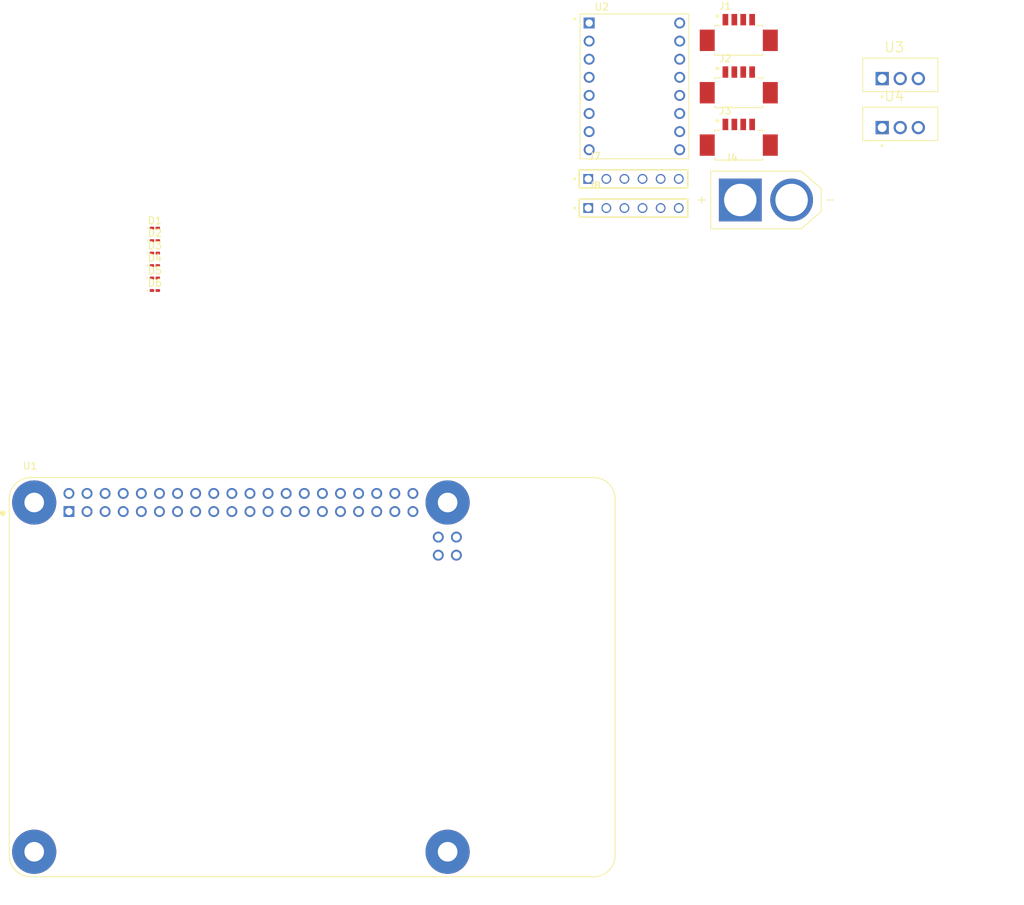
<source format=kicad_pcb>
(kicad_pcb (version 20221018) (generator pcbnew)
  (layers (0 "F.Cu" signal) (31 "B.Cu" signal) (34 "B.Paste" user) (35 "F.Paste" user) (36 "B.SilkS" user "B.Silkscreen") (37 "F.SilkS" user "F.Silkscreen") (38 "B.Mask" user) (39 "F.Mask" user) (44 "Edge.Cuts" user))
  (net 0 "")
  (net 1 "Net-(U1-3V3-Pad1)")
  (net 2 "Net-(U1-5V-Pad2)")
  (net 5 "Net-(U1-GND-Pad14)")
  (net 36 "Net-(U1-SHIELD-PadS1)")
  (net 53 "Net-(J1-SHIELD-PadS1)")
  (net 58 "Net-(J2-SHIELD-PadS1)")
  (net 63 "Net-(J3-SHIELD-PadS1)")
  (net 86 "Net-(U2-GND-Pad15)")
  (footprint "jerry:MOLEX_0532610471" (layer "F.Cu") (at 124.6665 68.41)
    (fp_text reference "J2" (at -1.908395 -1.908405) (layer "F.SilkS") (effects (font (size 1.001787 1.001787))))
    (fp_text value "0532610471")
    (fp_line (start -3.375 0.8) (end -3.375 1) (stroke (width 0.127)) (layer "F.SilkS"))
    (fp_line (start -3.375 5) (end -3.375 4.725) (stroke (width 0.127)) (layer "F.SilkS"))
    (fp_line (start -3.375 5) (end 3.375 5) (stroke (width 0.127)) (layer "F.SilkS"))
    (fp_line (start -2.65 0.8) (end -3.375 0.8) (stroke (width 0.127)) (layer "F.SilkS"))
    (fp_line (start 2.65 0.8) (end 3.375 0.8) (stroke (width 0.127)) (layer "F.SilkS"))
    (fp_line (start 3.375 0.8) (end 3.375 1) (stroke (width 0.127)) (layer "F.SilkS"))
    (fp_line (start 3.375 5) (end 3.375 4.725) (stroke (width 0.127)) (layer "F.SilkS"))
    (fp_circle (center -3.015 -0.5) (end -2.895 -0.5) (stroke (width 0.24)) (fill none) (layer "F.SilkS"))
    (pad "1" smd rect (at -1.875 0) (size 0.8 1.6) (layers "F.Cu" "F.Paste" "F.Mask"))
    (pad "2" smd rect (at -0.625 0) (size 0.8 1.6) (layers "F.Cu" "F.Paste" "F.Mask"))
    (pad "3" smd rect (at 0.625 0) (size 0.8 1.6) (layers "F.Cu" "F.Paste" "F.Mask"))
    (pad "4" smd rect (at 1.875 0) (size 0.8 1.6) (layers "F.Cu" "F.Paste" "F.Mask"))
    (pad "S1" smd rect (at -4.425 2.9) (size 2.1 3) (layers "F.Cu" "F.Paste" "F.Mask") (net 58 "Net-(J2-SHIELD-PadS1)"))
    (pad "S2" smd rect (at 4.425 2.9) (size 2.1 3) (layers "F.Cu" "F.Paste" "F.Mask") (net 58 "Net-(J2-SHIELD-PadS1)"))
  )
  (footprint "jerry:SAMTEC_TSW-106-06-F-S-LL" (layer "F.Cu") (at 103.5465 87.49)
    (fp_text reference "J8" (at 0.905 -3.155) (layer "F.SilkS"))
    (fp_text value "TSW-106-06-F-S-LL")
    (fp_line (start -1.27 1.27) (end -1.27 -1.27) (stroke (width 0.2)) (layer "F.SilkS"))
    (fp_line (start 13.97 -1.27) (end -1.27 -1.27) (stroke (width 0.2)) (layer "F.SilkS"))
    (fp_line (start 13.97 -1.27) (end 13.97 1.27) (stroke (width 0.2)) (layer "F.SilkS"))
    (fp_line (start 13.97 1.27) (end -1.27 1.27) (stroke (width 0.2)) (layer "F.SilkS"))
    (fp_circle (center -1.92 0) (end -1.82 0) (stroke (width 0.2)) (fill none) (layer "F.SilkS"))
    (pad "01" thru_hole rect (at 0 0) (size 1.37 1.37) (drill 1.02) (layers "*.Cu" "*.Mask"))
    (pad "02" thru_hole circle (at 2.54 0) (size 1.37 1.37) (drill 1.02) (layers "*.Cu" "*.Mask"))
    (pad "03" thru_hole circle (at 5.08 0) (size 1.37 1.37) (drill 1.02) (layers "*.Cu" "*.Mask"))
    (pad "04" thru_hole circle (at 7.62 0) (size 1.37 1.37) (drill 1.02) (layers "*.Cu" "*.Mask"))
    (pad "05" thru_hole circle (at 10.16 0) (size 1.37 1.37) (drill 1.02) (layers "*.Cu" "*.Mask"))
    (pad "06" thru_hole circle (at 12.7 0) (size 1.37 1.37) (drill 1.02) (layers "*.Cu" "*.Mask"))
  )
  (footprint "jerry:MODULE_A4988_STEPPER_MOTOR_DRIVER_CARRIER" (layer "F.Cu") (at 110.0265 70.42)
    (fp_text reference "U2" (at -4.575 -11.135) (layer "F.SilkS"))
    (fp_text value "A4988_STEPPER_MOTOR_DRIVER_CARRIER")
    (fp_line (start -7.62 -10.16) (end 7.62 -10.16) (stroke (width 0.127)) (layer "F.SilkS"))
    (fp_line (start -7.62 10.16) (end -7.62 -10.16) (stroke (width 0.127)) (layer "F.SilkS"))
    (fp_line (start 7.62 -10.16) (end 7.62 10.16) (stroke (width 0.127)) (layer "F.SilkS"))
    (fp_line (start 7.62 10.16) (end -7.62 10.16) (stroke (width 0.127)) (layer "F.SilkS"))
    (fp_circle (center -8.4 -9.45) (end -8.3 -9.45) (stroke (width 0.2)) (fill none) (layer "F.SilkS"))
    (pad "1" thru_hole rect (at -6.35 -8.89) (size 1.53 1.53) (drill 1.02) (layers "*.Cu" "*.Mask"))
    (pad "2" thru_hole circle (at -6.35 -6.35) (size 1.53 1.53) (drill 1.02) (layers "*.Cu" "*.Mask"))
    (pad "3" thru_hole circle (at -6.35 -3.81) (size 1.53 1.53) (drill 1.02) (layers "*.Cu" "*.Mask"))
    (pad "4" thru_hole circle (at -6.35 -1.27) (size 1.53 1.53) (drill 1.02) (layers "*.Cu" "*.Mask"))
    (pad "5" thru_hole circle (at -6.35 1.27) (size 1.53 1.53) (drill 1.02) (layers "*.Cu" "*.Mask"))
    (pad "6" thru_hole circle (at -6.35 3.81) (size 1.53 1.53) (drill 1.02) (layers "*.Cu" "*.Mask"))
    (pad "7" thru_hole circle (at -6.35 6.35) (size 1.53 1.53) (drill 1.02) (layers "*.Cu" "*.Mask"))
    (pad "8" thru_hole circle (at -6.35 8.89) (size 1.53 1.53) (drill 1.02) (layers "*.Cu" "*.Mask"))
    (pad "9" thru_hole circle (at 6.35 8.89) (size 1.53 1.53) (drill 1.02) (layers "*.Cu" "*.Mask") (net 86 "Net-(U2-GND-Pad15)"))
    (pad "10" thru_hole circle (at 6.35 6.35) (size 1.53 1.53) (drill 1.02) (layers "*.Cu" "*.Mask"))
    (pad "11" thru_hole circle (at 6.35 3.81) (size 1.53 1.53) (drill 1.02) (layers "*.Cu" "*.Mask"))
    (pad "12" thru_hole circle (at 6.35 1.27) (size 1.53 1.53) (drill 1.02) (layers "*.Cu" "*.Mask"))
    (pad "13" thru_hole circle (at 6.35 -1.27) (size 1.53 1.53) (drill 1.02) (layers "*.Cu" "*.Mask"))
    (pad "14" thru_hole circle (at 6.35 -3.81) (size 1.53 1.53) (drill 1.02) (layers "*.Cu" "*.Mask"))
    (pad "15" thru_hole circle (at 6.35 -6.35) (size 1.53 1.53) (drill 1.02) (layers "*.Cu" "*.Mask") (net 86 "Net-(U2-GND-Pad15)"))
    (pad "16" thru_hole circle (at 6.35 -8.89) (size 1.53 1.53) (drill 1.02) (layers "*.Cu" "*.Mask"))
  )
  (footprint "jerry:MOLEX_0532610471" (layer "F.Cu") (at 124.6665 61.06)
    (fp_text reference "J1" (at -1.908395 -1.908405) (layer "F.SilkS") (effects (font (size 1.001787 1.001787))))
    (fp_text value "0532610471")
    (fp_line (start -3.375 0.8) (end -3.375 1) (stroke (width 0.127)) (layer "F.SilkS"))
    (fp_line (start -3.375 5) (end -3.375 4.725) (stroke (width 0.127)) (layer "F.SilkS"))
    (fp_line (start -3.375 5) (end 3.375 5) (stroke (width 0.127)) (layer "F.SilkS"))
    (fp_line (start -2.65 0.8) (end -3.375 0.8) (stroke (width 0.127)) (layer "F.SilkS"))
    (fp_line (start 2.65 0.8) (end 3.375 0.8) (stroke (width 0.127)) (layer "F.SilkS"))
    (fp_line (start 3.375 0.8) (end 3.375 1) (stroke (width 0.127)) (layer "F.SilkS"))
    (fp_line (start 3.375 5) (end 3.375 4.725) (stroke (width 0.127)) (layer "F.SilkS"))
    (fp_circle (center -3.015 -0.5) (end -2.895 -0.5) (stroke (width 0.24)) (fill none) (layer "F.SilkS"))
    (pad "1" smd rect (at -1.875 0) (size 0.8 1.6) (layers "F.Cu" "F.Paste" "F.Mask"))
    (pad "2" smd rect (at -0.625 0) (size 0.8 1.6) (layers "F.Cu" "F.Paste" "F.Mask"))
    (pad "3" smd rect (at 0.625 0) (size 0.8 1.6) (layers "F.Cu" "F.Paste" "F.Mask"))
    (pad "4" smd rect (at 1.875 0) (size 0.8 1.6) (layers "F.Cu" "F.Paste" "F.Mask"))
    (pad "S1" smd rect (at -4.425 2.9) (size 2.1 3) (layers "F.Cu" "F.Paste" "F.Mask") (net 53 "Net-(J1-SHIELD-PadS1)"))
    (pad "S2" smd rect (at 4.425 2.9) (size 2.1 3) (layers "F.Cu" "F.Paste" "F.Mask") (net 53 "Net-(J1-SHIELD-PadS1)"))
  )
  (footprint "Diode_SMD:D_0201_0603Metric_Pad0.64x0.40mm_HandSolder" (layer "F.Cu") (at 42.7475 93.81)
    (fp_text reference "D3" (at 0 -1.05) (layer "F.SilkS"))
    (fp_text value "LED")
    (fp_circle (center -1.035 0) (end -0.985 0) (stroke (width 0.1)) (fill none) (layer "F.SilkS"))
    (pad "1" smd roundrect (at -0.4075 0) (size 0.635 0.4) (layers "F.Cu" "F.Mask"))
    (pad "2" smd roundrect (at 0.4075 0) (size 0.635 0.4) (layers "F.Cu" "F.Mask"))
  )
  (footprint "jerry:MODULE_RASPBERRY_PI_4B_4GB" (layer "F.Cu") (at 64.82 153.3)
    (fp_text reference "U1" (at -39.575 -29.635) (layer "F.SilkS"))
    (fp_text value "RASPBERRY_PI_4B_4GB")
    (fp_line (start -42.5 -25) (end -42.5 25) (stroke (width 0.127)) (layer "F.SilkS"))
    (fp_line (start -39.5 28) (end 39.5 28) (stroke (width 0.127)) (layer "F.SilkS"))
    (fp_line (start 39.5 -28) (end -39.5 -28) (stroke (width 0.127)) (layer "F.SilkS"))
    (fp_line (start 42.5 25) (end 42.5 -25) (stroke (width 0.127)) (layer "F.SilkS"))
    (fp_arc (start -42.5 -25) (mid -41.62132 -27.12132) (end -39.5 -28) (stroke (width 0.127)) (layer "F.SilkS"))
    (fp_arc (start -39.5 28) (mid -41.62132 27.12132) (end -42.5 25) (stroke (width 0.127)) (layer "F.SilkS"))
    (fp_arc (start 39.5 -28) (mid 41.62132 -27.12132) (end 42.5 -25) (stroke (width 0.127)) (layer "F.SilkS"))
    (fp_arc (start 42.5 25) (mid 41.62132 27.12132) (end 39.5 28) (stroke (width 0.127)) (layer "F.SilkS"))
    (fp_circle (center -43.4 -23) (end -43.2 -23) (stroke (width 0.4)) (fill none) (layer "F.SilkS"))
    (pad "1" thru_hole rect (at -34.13 -23.23) (size 1.524 1.524) (drill 1.016) (layers "*.Cu" "*.Mask") (net 1 "Net-(U1-3V3-Pad1)"))
    (pad "2" thru_hole circle (at -34.13 -25.77) (size 1.524 1.524) (drill 1.016) (layers "*.Cu" "*.Mask") (net 2 "Net-(U1-5V-Pad2)"))
    (pad "3" thru_hole circle (at -31.59 -23.23) (size 1.524 1.524) (drill 1.016) (layers "*.Cu" "*.Mask"))
    (pad "4" thru_hole circle (at -31.59 -25.77) (size 1.524 1.524) (drill 1.016) (layers "*.Cu" "*.Mask") (net 2 "Net-(U1-5V-Pad2)"))
    (pad "5" thru_hole circle (at -29.05 -23.23) (size 1.524 1.524) (drill 1.016) (layers "*.Cu" "*.Mask"))
    (pad "6" thru_hole circle (at -29.05 -25.77) (size 1.524 1.524) (drill 1.016) (layers "*.Cu" "*.Mask") (net 5 "Net-(U1-GND-Pad14)"))
    (pad "7" thru_hole circle (at -26.51 -23.23) (size 1.524 1.524) (drill 1.016) (layers "*.Cu" "*.Mask"))
    (pad "8" thru_hole circle (at -26.51 -25.77) (size 1.524 1.524) (drill 1.016) (layers "*.Cu" "*.Mask"))
    (pad "9" thru_hole circle (at -23.97 -23.23) (size 1.524 1.524) (drill 1.016) (layers "*.Cu" "*.Mask") (net 5 "Net-(U1-GND-Pad14)"))
    (pad "10" thru_hole circle (at -23.97 -25.77) (size 1.524 1.524) (drill 1.016) (layers "*.Cu" "*.Mask"))
    (pad "11" thru_hole circle (at -21.43 -23.23) (size 1.524 1.524) (drill 1.016) (layers "*.Cu" "*.Mask"))
    (pad "12" thru_hole circle (at -21.43 -25.77) (size 1.524 1.524) (drill 1.016) (layers "*.Cu" "*.Mask"))
    (pad "13" thru_hole circle (at -18.89 -23.23) (size 1.524 1.524) (drill 1.016) (layers "*.Cu" "*.Mask"))
    (pad "14" thru_hole circle (at -18.89 -25.77) (size 1.524 1.524) (drill 1.016) (layers "*.Cu" "*.Mask") (net 5 "Net-(U1-GND-Pad14)"))
    (pad "15" thru_hole circle (at -16.35 -23.23) (size 1.524 1.524) (drill 1.016) (layers "*.Cu" "*.Mask"))
    (pad "16" thru_hole circle (at -16.35 -25.77) (size 1.524 1.524) (drill 1.016) (layers "*.Cu" "*.Mask"))
    (pad "17" thru_hole circle (at -13.81 -23.23) (size 1.524 1.524) (drill 1.016) (layers "*.Cu" "*.Mask") (net 1 "Net-(U1-3V3-Pad1)"))
    (pad "18" thru_hole circle (at -13.81 -25.77) (size 1.524 1.524) (drill 1.016) (layers "*.Cu" "*.Mask"))
    (pad "19" thru_hole circle (at -11.27 -23.23) (size 1.524 1.524) (drill 1.016) (layers "*.Cu" "*.Mask"))
    (pad "20" thru_hole circle (at -11.27 -25.77) (size 1.524 1.524) (drill 1.016) (layers "*.Cu" "*.Mask") (net 5 "Net-(U1-GND-Pad14)"))
    (pad "21" thru_hole circle (at -8.73 -23.23) (size 1.524 1.524) (drill 1.016) (layers "*.Cu" "*.Mask"))
    (pad "22" thru_hole circle (at -8.73 -25.77) (size 1.524 1.524) (drill 1.016) (layers "*.Cu" "*.Mask"))
    (pad "23" thru_hole circle (at -6.19 -23.23) (size 1.524 1.524) (drill 1.016) (layers "*.Cu" "*.Mask"))
    (pad "24" thru_hole circle (at -6.19 -25.77) (size 1.524 1.524) (drill 1.016) (layers "*.Cu" "*.Mask"))
    (pad "25" thru_hole circle (at -3.65 -23.23) (size 1.524 1.524) (drill 1.016) (layers "*.Cu" "*.Mask") (net 5 "Net-(U1-GND-Pad14)"))
    (pad "26" thru_hole circle (at -3.65 -25.77) (size 1.524 1.524) (drill 1.016) (layers "*.Cu" "*.Mask"))
    (pad "27" thru_hole circle (at -1.11 -23.23) (size 1.524 1.524) (drill 1.016) (layers "*.Cu" "*.Mask"))
    (pad "28" thru_hole circle (at -1.11 -25.77) (size 1.524 1.524) (drill 1.016) (layers "*.Cu" "*.Mask"))
    (pad "29" thru_hole circle (at 1.43 -23.23) (size 1.524 1.524) (drill 1.016) (layers "*.Cu" "*.Mask"))
    (pad "30" thru_hole circle (at 1.43 -25.77) (size 1.524 1.524) (drill 1.016) (layers "*.Cu" "*.Mask") (net 5 "Net-(U1-GND-Pad14)"))
    (pad "31" thru_hole circle (at 3.97 -23.23) (size 1.524 1.524) (drill 1.016) (layers "*.Cu" "*.Mask"))
    (pad "32" thru_hole circle (at 3.97 -25.77) (size 1.524 1.524) (drill 1.016) (layers "*.Cu" "*.Mask"))
    (pad "33" thru_hole circle (at 6.51 -23.23) (size 1.524 1.524) (drill 1.016) (layers "*.Cu" "*.Mask"))
    (pad "34" thru_hole circle (at 6.51 -25.77) (size 1.524 1.524) (drill 1.016) (layers "*.Cu" "*.Mask") (net 5 "Net-(U1-GND-Pad14)"))
    (pad "35" thru_hole circle (at 9.05 -23.23) (size 1.524 1.524) (drill 1.016) (layers "*.Cu" "*.Mask"))
    (pad "36" thru_hole circle (at 9.05 -25.77) (size 1.524 1.524) (drill 1.016) (layers "*.Cu" "*.Mask"))
    (pad "37" thru_hole circle (at 11.59 -23.23) (size 1.524 1.524) (drill 1.016) (layers "*.Cu" "*.Mask"))
    (pad "38" thru_hole circle (at 11.59 -25.77) (size 1.524 1.524) (drill 1.016) (layers "*.Cu" "*.Mask"))
    (pad "39" thru_hole circle (at 14.13 -23.23) (size 1.524 1.524) (drill 1.016) (layers "*.Cu" "*.Mask") (net 5 "Net-(U1-GND-Pad14)"))
    (pad "40" thru_hole circle (at 14.13 -25.77) (size 1.524 1.524) (drill 1.016) (layers "*.Cu" "*.Mask"))
    (pad "41" thru_hole circle (at 20.23 -17.107) (size 1.524 1.524) (drill 1.016) (layers "*.Cu" "*.Mask"))
    (pad "42" thru_hole circle (at 20.23 -19.647) (size 1.524 1.524) (drill 1.016) (layers "*.Cu" "*.Mask"))
    (pad "43" thru_hole circle (at 17.69 -17.107) (size 1.524 1.524) (drill 1.016) (layers "*.Cu" "*.Mask"))
    (pad "44" thru_hole circle (at 17.69 -19.647) (size 1.524 1.524) (drill 1.016) (layers "*.Cu" "*.Mask"))
    (pad "S1" thru_hole circle (at -39 -24.5) (size 6.2 6.2) (drill 2.75) (layers "*.Cu" "*.Mask") (net 36 "Net-(U1-SHIELD-PadS1)"))
    (pad "S2" thru_hole circle (at 19 -24.5) (size 6.2 6.2) (drill 2.75) (layers "*.Cu" "*.Mask") (net 36 "Net-(U1-SHIELD-PadS1)"))
    (pad "S3" thru_hole circle (at 19 24.5) (size 6.2 6.2) (drill 2.75) (layers "*.Cu" "*.Mask") (net 36 "Net-(U1-SHIELD-PadS1)"))
    (pad "S4" thru_hole circle (at -39 24.5) (size 6.2 6.2) (drill 2.75) (layers "*.Cu" "*.Mask") (net 36 "Net-(U1-SHIELD-PadS1)"))
  )
  (footprint "Diode_SMD:D_0201_0603Metric_Pad0.64x0.40mm_HandSolder" (layer "F.Cu") (at 42.7475 95.56)
    (fp_text reference "D4" (at 0 -1.05) (layer "F.SilkS"))
    (fp_text value "LED")
    (fp_circle (center -1.035 0) (end -0.985 0) (stroke (width 0.1)) (fill none) (layer "F.SilkS"))
    (pad "1" smd roundrect (at -0.4075 0) (size 0.635 0.4) (layers "F.Cu" "F.Mask"))
    (pad "2" smd roundrect (at 0.4075 0) (size 0.635 0.4) (layers "F.Cu" "F.Mask"))
  )
  (footprint "Diode_SMD:D_0201_0603Metric_Pad0.64x0.40mm_HandSolder" (layer "F.Cu") (at 42.7475 97.31)
    (fp_text reference "D5" (at 0 -1.05) (layer "F.SilkS"))
    (fp_text value "LED")
    (fp_circle (center -1.035 0) (end -0.985 0) (stroke (width 0.1)) (fill none) (layer "F.SilkS"))
    (pad "1" smd roundrect (at -0.4075 0) (size 0.635 0.4) (layers "F.Cu" "F.Mask"))
    (pad "2" smd roundrect (at 0.4075 0) (size 0.635 0.4) (layers "F.Cu" "F.Mask"))
  )
  (footprint "jerry:SAMTEC_TSW-106-06-F-S-LL" (layer "F.Cu") (at 103.5465 83.4)
    (fp_text reference "J7" (at 0.905 -3.155) (layer "F.SilkS"))
    (fp_text value "TSW-106-06-F-S-LL")
    (fp_line (start -1.27 1.27) (end -1.27 -1.27) (stroke (width 0.2)) (layer "F.SilkS"))
    (fp_line (start 13.97 -1.27) (end -1.27 -1.27) (stroke (width 0.2)) (layer "F.SilkS"))
    (fp_line (start 13.97 -1.27) (end 13.97 1.27) (stroke (width 0.2)) (layer "F.SilkS"))
    (fp_line (start 13.97 1.27) (end -1.27 1.27) (stroke (width 0.2)) (layer "F.SilkS"))
    (fp_circle (center -1.92 0) (end -1.82 0) (stroke (width 0.2)) (fill none) (layer "F.SilkS"))
    (pad "01" thru_hole rect (at 0 0) (size 1.37 1.37) (drill 1.02) (layers "*.Cu" "*.Mask"))
    (pad "02" thru_hole circle (at 2.54 0) (size 1.37 1.37) (drill 1.02) (layers "*.Cu" "*.Mask"))
    (pad "03" thru_hole circle (at 5.08 0) (size 1.37 1.37) (drill 1.02) (layers "*.Cu" "*.Mask"))
    (pad "04" thru_hole circle (at 7.62 0) (size 1.37 1.37) (drill 1.02) (layers "*.Cu" "*.Mask"))
    (pad "05" thru_hole circle (at 10.16 0) (size 1.37 1.37) (drill 1.02) (layers "*.Cu" "*.Mask"))
    (pad "06" thru_hole circle (at 12.7 0) (size 1.37 1.37) (drill 1.02) (layers "*.Cu" "*.Mask"))
  )
  (footprint "jerry:MOLEX_0532610471" (layer "F.Cu") (at 124.6665 75.76)
    (fp_text reference "J3" (at -1.908395 -1.908405) (layer "F.SilkS") (effects (font (size 1.001787 1.001787))))
    (fp_text value "0532610471")
    (fp_line (start -3.375 0.8) (end -3.375 1) (stroke (width 0.127)) (layer "F.SilkS"))
    (fp_line (start -3.375 5) (end -3.375 4.725) (stroke (width 0.127)) (layer "F.SilkS"))
    (fp_line (start -3.375 5) (end 3.375 5) (stroke (width 0.127)) (layer "F.SilkS"))
    (fp_line (start -2.65 0.8) (end -3.375 0.8) (stroke (width 0.127)) (layer "F.SilkS"))
    (fp_line (start 2.65 0.8) (end 3.375 0.8) (stroke (width 0.127)) (layer "F.SilkS"))
    (fp_line (start 3.375 0.8) (end 3.375 1) (stroke (width 0.127)) (layer "F.SilkS"))
    (fp_line (start 3.375 5) (end 3.375 4.725) (stroke (width 0.127)) (layer "F.SilkS"))
    (fp_circle (center -3.015 -0.5) (end -2.895 -0.5) (stroke (width 0.24)) (fill none) (layer "F.SilkS"))
    (pad "1" smd rect (at -1.875 0) (size 0.8 1.6) (layers "F.Cu" "F.Paste" "F.Mask"))
    (pad "2" smd rect (at -0.625 0) (size 0.8 1.6) (layers "F.Cu" "F.Paste" "F.Mask"))
    (pad "3" smd rect (at 0.625 0) (size 0.8 1.6) (layers "F.Cu" "F.Paste" "F.Mask"))
    (pad "4" smd rect (at 1.875 0) (size 0.8 1.6) (layers "F.Cu" "F.Paste" "F.Mask"))
    (pad "S1" smd rect (at -4.425 2.9) (size 2.1 3) (layers "F.Cu" "F.Paste" "F.Mask") (net 63 "Net-(J3-SHIELD-PadS1)"))
    (pad "S2" smd rect (at 4.425 2.9) (size 2.1 3) (layers "F.Cu" "F.Paste" "F.Mask") (net 63 "Net-(J3-SHIELD-PadS1)"))
  )
  (footprint "Diode_SMD:D_0201_0603Metric_Pad0.64x0.40mm_HandSolder" (layer "F.Cu") (at 42.7475 90.31)
    (fp_text reference "D1" (at 0 -1.05) (layer "F.SilkS"))
    (fp_text value "LED")
    (fp_circle (center -1.035 0) (end -0.985 0) (stroke (width 0.1)) (fill none) (layer "F.SilkS"))
    (pad "1" smd roundrect (at -0.4075 0) (size 0.635 0.4) (layers "F.Cu" "F.Mask"))
    (pad "2" smd roundrect (at 0.4075 0) (size 0.635 0.4) (layers "F.Cu" "F.Mask"))
  )
  (footprint "jerry:TO254P1054X470X1955-3" (layer "F.Cu") (at 147.32 69.325)
    (fp_text reference "U3" (at -0.835 -4.399) (layer "F.SilkS") (effects (font (size 1.4 1.4))))
    (fp_text value "LM338T")
    (fp_line (start -5.27 -2.86) (end -5.27 1.84) (stroke (width 0.127)) (layer "F.SilkS"))
    (fp_line (start -5.27 1.84) (end 5.27 1.84) (stroke (width 0.127)) (layer "F.SilkS"))
    (fp_line (start 5.27 -2.86) (end -5.27 -2.86) (stroke (width 0.127)) (layer "F.SilkS"))
    (fp_line (start 5.27 1.84) (end 5.27 -2.86) (stroke (width 0.127)) (layer "F.SilkS"))
    (fp_circle (center -2.54 2.54) (end -2.44 2.54) (stroke (width 0.2)) (fill none) (layer "F.SilkS"))
    (pad "1" thru_hole rect (at -2.54 0) (size 1.86 1.86) (drill 1.24) (layers "*.Cu" "*.Mask"))
    (pad "2" thru_hole circle (at 0 0) (size 1.86 1.86) (drill 1.24) (layers "*.Cu" "*.Mask"))
    (pad "3" thru_hole circle (at 2.54 0) (size 1.86 1.86) (drill 1.24) (layers "*.Cu" "*.Mask"))
  )
  (footprint "jerry:AMASS_XT60-M" (layer "F.Cu") (at 128.48 86.36)
    (fp_text reference "J4" (at -4.825 -5.935) (layer "F.SilkS"))
    (fp_text value "XT60-M")
    (fp_line (start -9.5 0) (end -8.5 0) (stroke (width 0.127)) (layer "F.SilkS"))
    (fp_line (start -9 -0.5) (end -9 0.5) (stroke (width 0.127)) (layer "F.SilkS"))
    (fp_line (start -7.75 -4.05) (end 4.95 -4.05) (stroke (width 0.127)) (layer "F.SilkS"))
    (fp_line (start -7.75 4.05) (end -7.75 -4.05) (stroke (width 0.127)) (layer "F.SilkS"))
    (fp_line (start 4.95 -4.05) (end 7.75 -1.6) (stroke (width 0.127)) (layer "F.SilkS"))
    (fp_line (start 4.95 4.05) (end -7.75 4.05) (stroke (width 0.127)) (layer "F.SilkS"))
    (fp_line (start 7.75 -1.6) (end 7.75 1.6) (stroke (width 0.127)) (layer "F.SilkS"))
    (fp_line (start 7.75 1.6) (end 4.95 4.05) (stroke (width 0.127)) (layer "F.SilkS"))
    (fp_line (start 8.5 0) (end 9.5 0) (stroke (width 0.127)) (layer "F.SilkS"))
    (pad "N" thru_hole circle (at 3.6 0) (size 6 6) (drill 4.55) (layers "*.Cu" "*.Mask"))
    (pad "P" thru_hole rect (at -3.6 0) (size 6 6) (drill 4.55) (layers "*.Cu" "*.Mask"))
  )
  (footprint "Diode_SMD:D_0201_0603Metric_Pad0.64x0.40mm_HandSolder" (layer "F.Cu") (at 42.7475 92.06)
    (fp_text reference "D2" (at 0 -1.05) (layer "F.SilkS"))
    (fp_text value "LED")
    (fp_circle (center -1.035 0) (end -0.985 0) (stroke (width 0.1)) (fill none) (layer "F.SilkS"))
    (pad "1" smd roundrect (at -0.4075 0) (size 0.635 0.4) (layers "F.Cu" "F.Mask"))
    (pad "2" smd roundrect (at 0.4075 0) (size 0.635 0.4) (layers "F.Cu" "F.Mask"))
  )
  (footprint "Diode_SMD:D_0201_0603Metric_Pad0.64x0.40mm_HandSolder" (layer "F.Cu") (at 42.7475 99.06)
    (fp_text reference "D6" (at 0 -1.05) (layer "F.SilkS"))
    (fp_text value "LED")
    (fp_circle (center -1.035 0) (end -0.985 0) (stroke (width 0.1)) (fill none) (layer "F.SilkS"))
    (pad "1" smd roundrect (at -0.4075 0) (size 0.635 0.4) (layers "F.Cu" "F.Mask"))
    (pad "2" smd roundrect (at 0.4075 0) (size 0.635 0.4) (layers "F.Cu" "F.Mask"))
  )
  (footprint "jerry:TO254P1054X470X1955-3" (layer "F.Cu") (at 147.32 76.2)
    (fp_text reference "U4" (at -0.835 -4.399) (layer "F.SilkS") (effects (font (size 1.4 1.4))))
    (fp_text value "LM338T")
    (fp_line (start -5.27 -2.86) (end -5.27 1.84) (stroke (width 0.127)) (layer "F.SilkS"))
    (fp_line (start -5.27 1.84) (end 5.27 1.84) (stroke (width 0.127)) (layer "F.SilkS"))
    (fp_line (start 5.27 -2.86) (end -5.27 -2.86) (stroke (width 0.127)) (layer "F.SilkS"))
    (fp_line (start 5.27 1.84) (end 5.27 -2.86) (stroke (width 0.127)) (layer "F.SilkS"))
    (fp_circle (center -2.54 2.54) (end -2.44 2.54) (stroke (width 0.2)) (fill none) (layer "F.SilkS"))
    (pad "1" thru_hole rect (at -2.54 0) (size 1.86 1.86) (drill 1.24) (layers "*.Cu" "*.Mask"))
    (pad "2" thru_hole circle (at 0 0) (size 1.86 1.86) (drill 1.24) (layers "*.Cu" "*.Mask"))
    (pad "3" thru_hole circle (at 2.54 0) (size 1.86 1.86) (drill 1.24) (layers "*.Cu" "*.Mask"))
  )
)
</source>
